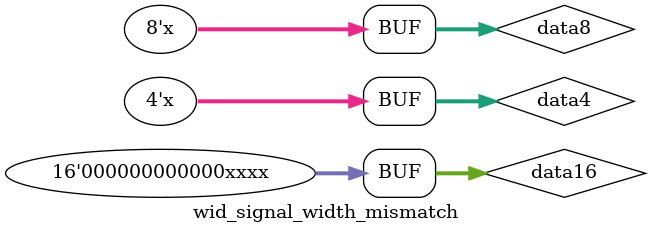
<source format=sv>

module wid_signal_width_mismatch;
  logic [7:0] data8;
  logic [3:0] data4;
  logic [15:0] data16;
  
  initial begin
    data4 = data8;   // Violation: 8-bit assigned to 4-bit (truncation)
    data16 = data4;  // OK: 4-bit assigned to 16-bit (zero-extension)
    data8 = data8;   // OK: same width
  end
endmodule


</source>
